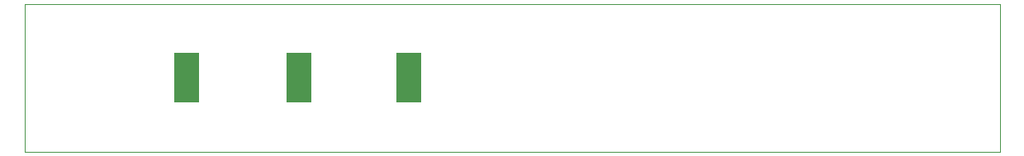
<source format=gbp>
G75*
G70*
%OFA0B0*%
%FSLAX24Y24*%
%IPPOS*%
%LPD*%
%AMOC8*
5,1,8,0,0,1.08239X$1,22.5*
%
%ADD10C,0.0000*%
%ADD11R,0.1000X0.2000*%
D10*
X000151Y001048D02*
X000151Y007044D01*
X039521Y007044D01*
X039521Y001048D01*
X000151Y001048D01*
D11*
X006698Y004056D03*
X011230Y004048D03*
X015659Y004076D03*
M02*

</source>
